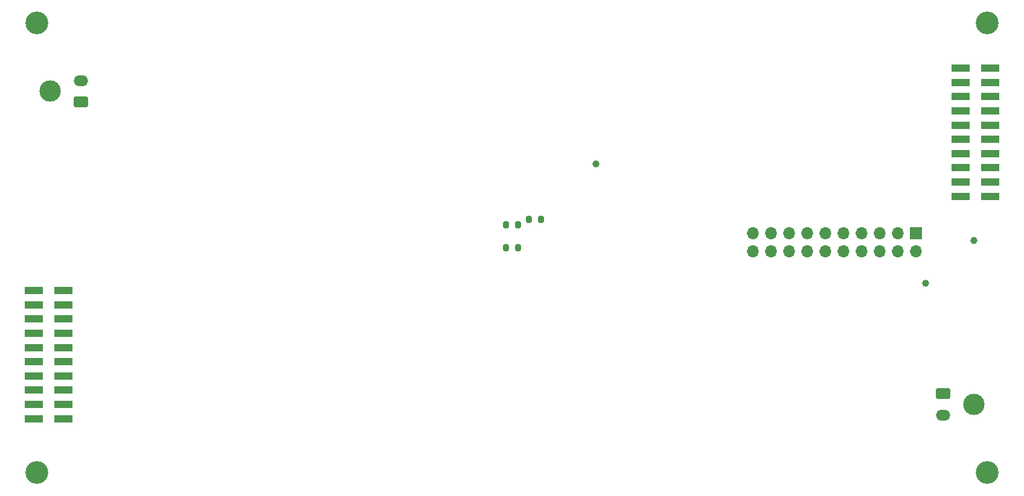
<source format=gbr>
%TF.GenerationSoftware,KiCad,Pcbnew,7.0.11-rc3*%
%TF.CreationDate,2025-03-16T23:24:32+08:00*%
%TF.ProjectId,BQ79616_BMS_14Ch,42513739-3631-4365-9f42-4d535f313443,V1.2*%
%TF.SameCoordinates,Original*%
%TF.FileFunction,Soldermask,Bot*%
%TF.FilePolarity,Negative*%
%FSLAX46Y46*%
G04 Gerber Fmt 4.6, Leading zero omitted, Abs format (unit mm)*
G04 Created by KiCad (PCBNEW 7.0.11-rc3) date 2025-03-16 23:24:32*
%MOMM*%
%LPD*%
G01*
G04 APERTURE LIST*
G04 Aperture macros list*
%AMRoundRect*
0 Rectangle with rounded corners*
0 $1 Rounding radius*
0 $2 $3 $4 $5 $6 $7 $8 $9 X,Y pos of 4 corners*
0 Add a 4 corners polygon primitive as box body*
4,1,4,$2,$3,$4,$5,$6,$7,$8,$9,$2,$3,0*
0 Add four circle primitives for the rounded corners*
1,1,$1+$1,$2,$3*
1,1,$1+$1,$4,$5*
1,1,$1+$1,$6,$7*
1,1,$1+$1,$8,$9*
0 Add four rect primitives between the rounded corners*
20,1,$1+$1,$2,$3,$4,$5,0*
20,1,$1+$1,$4,$5,$6,$7,0*
20,1,$1+$1,$6,$7,$8,$9,0*
20,1,$1+$1,$8,$9,$2,$3,0*%
G04 Aperture macros list end*
%ADD10C,3.200000*%
%ADD11C,1.000000*%
%ADD12C,3.000000*%
%ADD13RoundRect,0.250001X0.759999X-0.499999X0.759999X0.499999X-0.759999X0.499999X-0.759999X-0.499999X0*%
%ADD14O,2.020000X1.500000*%
%ADD15R,1.700000X1.700000*%
%ADD16O,1.700000X1.700000*%
%ADD17RoundRect,0.250001X-0.759999X0.499999X-0.759999X-0.499999X0.759999X-0.499999X0.759999X0.499999X0*%
%ADD18R,2.580000X1.000000*%
%ADD19RoundRect,0.200000X0.200000X0.275000X-0.200000X0.275000X-0.200000X-0.275000X0.200000X-0.275000X0*%
%ADD20RoundRect,0.200000X-0.200000X-0.275000X0.200000X-0.275000X0.200000X0.275000X-0.200000X0.275000X0*%
G04 APERTURE END LIST*
D10*
%TO.C,H1*%
X83400000Y-63400000D03*
%TD*%
%TO.C,H2*%
X216600000Y-63400000D03*
%TD*%
D11*
%TO.C,TP2*%
X161750000Y-83250000D03*
%TD*%
%TO.C,TP3*%
X214750000Y-94000000D03*
%TD*%
D12*
%TO.C,J5*%
X85250000Y-73000000D03*
D13*
X89570000Y-74500000D03*
D14*
X89570000Y-71500000D03*
%TD*%
D11*
%TO.C,TP4*%
X208000000Y-100000000D03*
%TD*%
D10*
%TO.C,H4*%
X216600000Y-126600000D03*
%TD*%
D15*
%TO.C,J1*%
X206660000Y-92960000D03*
D16*
X206660000Y-95500000D03*
X204120000Y-92960000D03*
X204120000Y-95500000D03*
X201580000Y-92960000D03*
X201580000Y-95500000D03*
X199040000Y-92960000D03*
X199040000Y-95500000D03*
X196500000Y-92960000D03*
X196500000Y-95500000D03*
X193960000Y-92960000D03*
X193960000Y-95500000D03*
X191420000Y-92960000D03*
X191420000Y-95500000D03*
X188880000Y-92960000D03*
X188880000Y-95500000D03*
X186340000Y-92960000D03*
X186340000Y-95500000D03*
X183800000Y-92960000D03*
X183800000Y-95500000D03*
%TD*%
D12*
%TO.C,J4*%
X214750000Y-117000000D03*
D17*
X210430000Y-115500000D03*
D14*
X210430000Y-118500000D03*
%TD*%
D10*
%TO.C,H3*%
X83400000Y-126600000D03*
%TD*%
D18*
%TO.C,J2*%
X217085000Y-69750000D03*
X212915000Y-69750000D03*
X217085000Y-71750000D03*
X212915000Y-71750000D03*
X217085000Y-73750000D03*
X212915000Y-73750000D03*
X217085000Y-75750000D03*
X212915000Y-75750000D03*
X217085000Y-77750000D03*
X212915000Y-77750000D03*
X217085000Y-79750000D03*
X212915000Y-79750000D03*
X217085000Y-81750000D03*
X212915000Y-81750000D03*
X217085000Y-83750000D03*
X212915000Y-83750000D03*
X217085000Y-85750000D03*
X212915000Y-85750000D03*
X217085000Y-87750000D03*
X212915000Y-87750000D03*
%TD*%
D19*
%TO.C,TH8*%
X150825000Y-95000000D03*
X149175000Y-95000000D03*
%TD*%
D20*
%TO.C,R55*%
X149175000Y-91750000D03*
X150825000Y-91750000D03*
%TD*%
D19*
%TO.C,R63*%
X154025000Y-91000000D03*
X152375000Y-91000000D03*
%TD*%
D18*
%TO.C,J3*%
X87085000Y-101000000D03*
X82915000Y-101000000D03*
X87085000Y-103000000D03*
X82915000Y-103000000D03*
X87085000Y-105000000D03*
X82915000Y-105000000D03*
X87085000Y-107000000D03*
X82915000Y-107000000D03*
X87085000Y-109000000D03*
X82915000Y-109000000D03*
X87085000Y-111000000D03*
X82915000Y-111000000D03*
X87085000Y-113000000D03*
X82915000Y-113000000D03*
X87085000Y-115000000D03*
X82915000Y-115000000D03*
X87085000Y-117000000D03*
X82915000Y-117000000D03*
X87085000Y-119000000D03*
X82915000Y-119000000D03*
%TD*%
M02*

</source>
